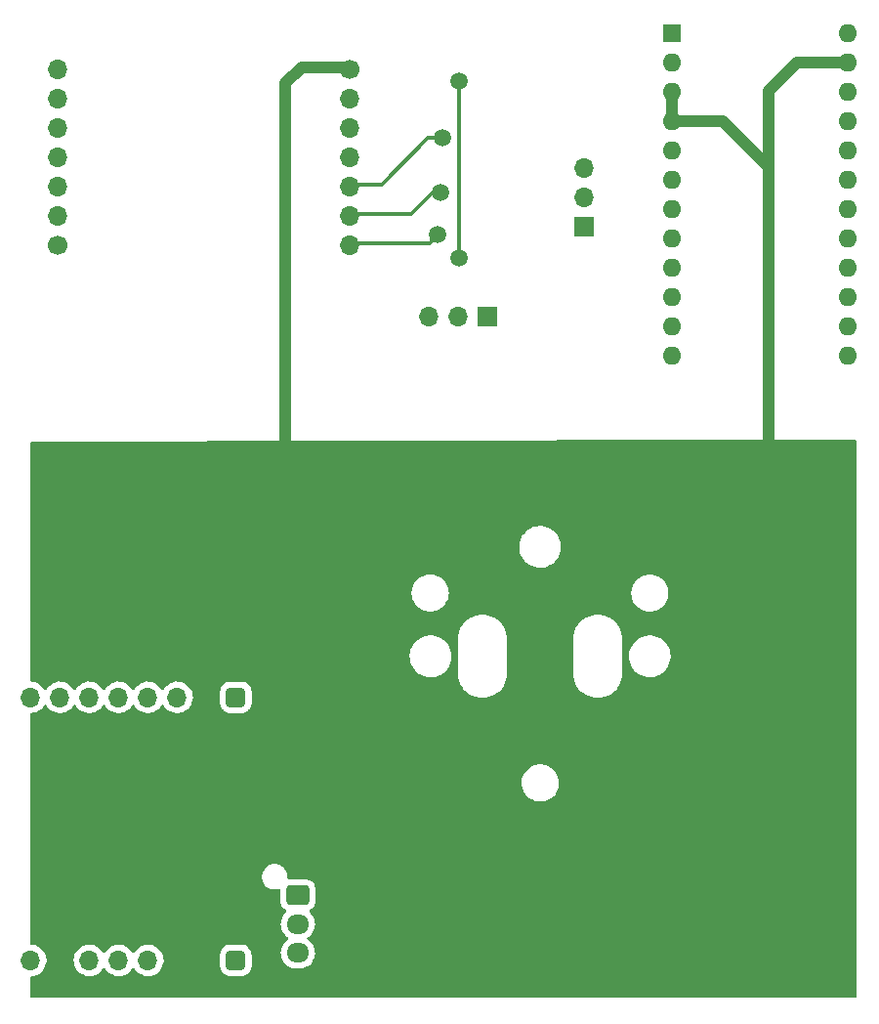
<source format=gbr>
%TF.GenerationSoftware,KiCad,Pcbnew,(6.0.1)*%
%TF.CreationDate,2023-04-08T22:05:36+08:00*%
%TF.ProjectId,Scroller Motor 1,5363726f-6c6c-4657-9220-4d6f746f7220,rev?*%
%TF.SameCoordinates,Original*%
%TF.FileFunction,Copper,L2,Bot*%
%TF.FilePolarity,Positive*%
%FSLAX46Y46*%
G04 Gerber Fmt 4.6, Leading zero omitted, Abs format (unit mm)*
G04 Created by KiCad (PCBNEW (6.0.1)) date 2023-04-08 22:05:36*
%MOMM*%
%LPD*%
G01*
G04 APERTURE LIST*
G04 Aperture macros list*
%AMRoundRect*
0 Rectangle with rounded corners*
0 $1 Rounding radius*
0 $2 $3 $4 $5 $6 $7 $8 $9 X,Y pos of 4 corners*
0 Add a 4 corners polygon primitive as box body*
4,1,4,$2,$3,$4,$5,$6,$7,$8,$9,$2,$3,0*
0 Add four circle primitives for the rounded corners*
1,1,$1+$1,$2,$3*
1,1,$1+$1,$4,$5*
1,1,$1+$1,$6,$7*
1,1,$1+$1,$8,$9*
0 Add four rect primitives between the rounded corners*
20,1,$1+$1,$2,$3,$4,$5,0*
20,1,$1+$1,$4,$5,$6,$7,0*
20,1,$1+$1,$6,$7,$8,$9,0*
20,1,$1+$1,$8,$9,$2,$3,0*%
G04 Aperture macros list end*
%TA.AperFunction,ComponentPad*%
%ADD10RoundRect,0.399500X0.450500X-0.450500X0.450500X0.450500X-0.450500X0.450500X-0.450500X-0.450500X0*%
%TD*%
%TA.AperFunction,ComponentPad*%
%ADD11O,1.700000X1.700000*%
%TD*%
%TA.AperFunction,ComponentPad*%
%ADD12R,1.700000X1.700000*%
%TD*%
%TA.AperFunction,ComponentPad*%
%ADD13R,1.600000X1.600000*%
%TD*%
%TA.AperFunction,ComponentPad*%
%ADD14O,1.600000X1.600000*%
%TD*%
%TA.AperFunction,ComponentPad*%
%ADD15C,1.700000*%
%TD*%
%TA.AperFunction,ComponentPad*%
%ADD16RoundRect,0.250000X-0.725000X0.600000X-0.725000X-0.600000X0.725000X-0.600000X0.725000X0.600000X0*%
%TD*%
%TA.AperFunction,ComponentPad*%
%ADD17O,1.950000X1.700000*%
%TD*%
%TA.AperFunction,ViaPad*%
%ADD18C,1.500000*%
%TD*%
%TA.AperFunction,Conductor*%
%ADD19C,1.000000*%
%TD*%
%TA.AperFunction,Conductor*%
%ADD20C,0.300000*%
%TD*%
G04 APERTURE END LIST*
D10*
%TO.P,TMC1,1,+VCC_IO*%
%TO.N,+3V3*%
X100622893Y-130547107D03*
D11*
%TO.P,TMC1,2,GND*%
%TO.N,GND*%
X98082893Y-130547107D03*
%TO.P,TMC1,3,UH_in*%
%TO.N,UH_in*%
X95542893Y-130547107D03*
%TO.P,TMC1,4,UL_in*%
%TO.N,UL_in*%
X93002893Y-130547107D03*
%TO.P,TMC1,5,VH_in*%
%TO.N,VH_in*%
X90462893Y-130547107D03*
%TO.P,TMC1,6,VL_in*%
%TO.N,VL_in*%
X87922893Y-130547107D03*
%TO.P,TMC1,7,WH_in*%
%TO.N,WH_in*%
X85382893Y-130547107D03*
%TO.P,TMC1,8,WL_in*%
%TO.N,WL_in*%
X82842893Y-130547107D03*
D10*
%TO.P,TMC1,9,+VBAT*%
%TO.N,+5V*%
X100622893Y-153347107D03*
D11*
%TO.P,TMC1,10,GND*%
%TO.N,GND*%
X98082893Y-153347107D03*
%TO.P,TMC1,11,GND*%
X95542893Y-153347107D03*
%TO.P,TMC1,12,W*%
%TO.N,/W_Out*%
X93002893Y-153347107D03*
%TO.P,TMC1,13,V*%
%TO.N,/V_Out*%
X90462893Y-153347107D03*
%TO.P,TMC1,14,W*%
%TO.N,/U_Out*%
X87922893Y-153347107D03*
%TO.P,TMC1,15,GND*%
%TO.N,GND*%
X85382893Y-153347107D03*
%TO.P,TMC1,16,DIAG*%
%TO.N,unconnected-(TMC1-Pad16)*%
X82842893Y-153347107D03*
%TD*%
D12*
%TO.P,J2,1,Pin_1*%
%TO.N,SDA*%
X122400000Y-97600000D03*
D11*
%TO.P,J2,2,Pin_2*%
%TO.N,SCL*%
X119860000Y-97600000D03*
%TO.P,J2,3,Pin_3*%
%TO.N,CSn*%
X117320000Y-97600000D03*
%TD*%
D13*
%TO.P,QMK1,1,D1/TX*%
%TO.N,SERIAL_RX*%
X138430000Y-73025000D03*
D14*
%TO.P,QMK1,2,D0/RX*%
%TO.N,SERIAL_TX*%
X138430000Y-75565000D03*
%TO.P,QMK1,3,GND*%
%TO.N,GND*%
X138430000Y-78105000D03*
%TO.P,QMK1,4,GND*%
X138430000Y-80645000D03*
%TO.P,QMK1,5,D2*%
%TO.N,unconnected-(QMK1-Pad5)*%
X138430000Y-83185000D03*
%TO.P,QMK1,6,~D3*%
%TO.N,unconnected-(QMK1-Pad6)*%
X138430000Y-85725000D03*
%TO.P,QMK1,7,D4/A6*%
%TO.N,unconnected-(QMK1-Pad7)*%
X138430000Y-88265000D03*
%TO.P,QMK1,8,~D5*%
%TO.N,unconnected-(QMK1-Pad8)*%
X138430000Y-90805000D03*
%TO.P,QMK1,9,~D6/A7*%
%TO.N,unconnected-(QMK1-Pad9)*%
X138430000Y-93345000D03*
%TO.P,QMK1,10,D7*%
%TO.N,unconnected-(QMK1-Pad10)*%
X138430000Y-95885000D03*
%TO.P,QMK1,11,D8/A8*%
%TO.N,BTN_NEXT_O*%
X138430000Y-98425000D03*
%TO.P,QMK1,12,~D9/A9*%
%TO.N,unconnected-(QMK1-Pad12)*%
X138430000Y-100965000D03*
%TO.P,QMK1,13,~D10/A10*%
%TO.N,Col 4*%
X153670000Y-100965000D03*
%TO.P,QMK1,14,D16*%
%TO.N,Col 3*%
X153670000Y-98425000D03*
%TO.P,QMK1,15,D14*%
%TO.N,Col 2*%
X153670000Y-95885000D03*
%TO.P,QMK1,16,D15*%
%TO.N,Col 1*%
X153670000Y-93345000D03*
%TO.P,QMK1,17,D18/A0*%
%TO.N,Row 4*%
X153670000Y-90805000D03*
%TO.P,QMK1,18,D19/A1*%
%TO.N,Row 3*%
X153670000Y-88265000D03*
%TO.P,QMK1,19,D20/A2*%
%TO.N,Row 2*%
X153670000Y-85725000D03*
%TO.P,QMK1,20,D21/A3*%
%TO.N,Row 1*%
X153670000Y-83185000D03*
%TO.P,QMK1,21,VCC*%
%TO.N,+5V*%
X153670000Y-80645000D03*
%TO.P,QMK1,22,RST*%
%TO.N,unconnected-(QMK1-Pad22)*%
X153670000Y-78105000D03*
%TO.P,QMK1,23,GND*%
%TO.N,GND*%
X153670000Y-75565000D03*
%TO.P,QMK1,24,RAW*%
%TO.N,unconnected-(QMK1-Pad24)*%
X153670000Y-73025000D03*
%TD*%
D12*
%TO.P,J3,1,Pin_1*%
%TO.N,BTN_NEXT_O*%
X130800000Y-89800000D03*
D11*
%TO.P,J3,2,Pin_2*%
%TO.N,SERIAL_TX*%
X130800000Y-87260000D03*
%TO.P,J3,3,Pin_3*%
%TO.N,SERIAL_RX*%
X130800000Y-84720000D03*
%TD*%
%TO.P,ESP32,1,3V3*%
%TO.N,+3V3*%
X85170500Y-76106000D03*
%TO.P,ESP32,2,UH*%
%TO.N,UH_in*%
X85170500Y-78646000D03*
%TO.P,ESP32,3,UL*%
%TO.N,UL_in*%
X85170500Y-81186000D03*
%TO.P,ESP32,4,VH*%
%TO.N,VH_in*%
X85170500Y-83726000D03*
%TO.P,ESP32,5,VL*%
%TO.N,VL_in*%
X85170500Y-86266000D03*
%TO.P,ESP32,6,WH*%
%TO.N,WH_in*%
X85170500Y-88806000D03*
D15*
%TO.P,ESP32,7,WL*%
%TO.N,WL_in*%
X85170500Y-91346000D03*
%TO.P,ESP32,8,GND*%
%TO.N,GND*%
X110490000Y-76126000D03*
D11*
%TO.P,ESP32,9,SDA*%
%TO.N,SDA*%
X110490000Y-78666000D03*
%TO.P,ESP32,10,SCL*%
%TO.N,SCL*%
X110490000Y-81206000D03*
%TO.P,ESP32,11,CSN*%
%TO.N,CSn*%
X110490000Y-83746000D03*
%TO.P,ESP32,12,S_RX*%
%TO.N,Net-(ESP32-Pad12)*%
X110490000Y-86286000D03*
%TO.P,ESP32,13,S_TX*%
%TO.N,SERIAL_TX*%
X110490000Y-88826000D03*
%TO.P,ESP32,14,B_NXT*%
%TO.N,BTN_NXT*%
X110490000Y-91366000D03*
%TD*%
D16*
%TO.P,J1,1,Pin_1*%
%TO.N,/U_Out*%
X106000000Y-147700000D03*
D17*
%TO.P,J1,2,Pin_2*%
%TO.N,/V_Out*%
X106000000Y-150200000D03*
%TO.P,J1,3,Pin_3*%
%TO.N,/W_Out*%
X106000000Y-152700000D03*
%TD*%
D18*
%TO.N,GND*%
X121700000Y-131400500D03*
X119945000Y-92460000D03*
X120000000Y-77200000D03*
X130900000Y-132400000D03*
%TO.N,Net-(ESP32-Pad12)*%
X118500000Y-82100000D03*
%TO.N,SERIAL_TX*%
X118400000Y-86800000D03*
%TO.N,BTN_NXT*%
X118145000Y-90460000D03*
%TD*%
D19*
%TO.N,GND*%
X104900000Y-77345000D02*
X104900000Y-109705000D01*
D20*
X119945000Y-92460000D02*
X120000000Y-92405000D01*
D19*
X106299000Y-75946000D02*
X104900000Y-77345000D01*
X142845000Y-80645000D02*
X138430000Y-80645000D01*
D20*
X120000000Y-92405000D02*
X120000000Y-77200000D01*
D19*
X146800000Y-84600000D02*
X146800000Y-77990000D01*
X146800000Y-109600000D02*
X146800000Y-84600000D01*
X110490000Y-75946000D02*
X106299000Y-75946000D01*
X149225000Y-75565000D02*
X153670000Y-75565000D01*
X146800000Y-77990000D02*
X149225000Y-75565000D01*
X146800000Y-84600000D02*
X142845000Y-80645000D01*
X138430000Y-78740000D02*
X138430000Y-80645000D01*
D20*
%TO.N,Net-(ESP32-Pad12)*%
X113284000Y-86106000D02*
X110490000Y-86106000D01*
X117290000Y-82100000D02*
X113284000Y-86106000D01*
X118500000Y-82100000D02*
X117290000Y-82100000D01*
%TO.N,SERIAL_TX*%
X118400000Y-86800000D02*
X117670000Y-86800000D01*
X115824000Y-88646000D02*
X110490000Y-88646000D01*
X117670000Y-86800000D02*
X115824000Y-88646000D01*
%TO.N,BTN_NXT*%
X118145000Y-90460000D02*
X117419000Y-91186000D01*
X117419000Y-91186000D02*
X110490000Y-91186000D01*
%TD*%
%TA.AperFunction,Conductor*%
%TO.N,GND*%
G36*
X154342121Y-108220002D02*
G01*
X154388614Y-108273658D01*
X154400000Y-108326000D01*
X154400000Y-156474000D01*
X154379998Y-156542121D01*
X154326342Y-156588614D01*
X154274000Y-156600000D01*
X82926000Y-156600000D01*
X82857879Y-156579998D01*
X82811386Y-156526342D01*
X82800000Y-156474000D01*
X82800000Y-154833165D01*
X82820002Y-154765044D01*
X82873658Y-154718551D01*
X82909989Y-154708186D01*
X83051871Y-154690011D01*
X83121181Y-154681132D01*
X83121182Y-154681132D01*
X83126309Y-154680475D01*
X83131259Y-154678990D01*
X83335322Y-154617768D01*
X83335327Y-154617766D01*
X83340277Y-154616281D01*
X83540887Y-154518003D01*
X83722753Y-154388280D01*
X83880989Y-154230596D01*
X83940487Y-154147796D01*
X84008328Y-154053384D01*
X84011346Y-154049184D01*
X84014610Y-154042581D01*
X84108029Y-153853560D01*
X84108030Y-153853558D01*
X84110323Y-153848918D01*
X84175263Y-153635176D01*
X84204422Y-153413697D01*
X84206049Y-153347107D01*
X84203311Y-153313802D01*
X86560144Y-153313802D01*
X86560441Y-153318955D01*
X86560441Y-153318958D01*
X86572705Y-153531654D01*
X86573003Y-153536822D01*
X86574140Y-153541868D01*
X86574141Y-153541874D01*
X86588842Y-153607103D01*
X86622115Y-153754746D01*
X86666323Y-153863617D01*
X86699779Y-153946010D01*
X86706159Y-153961723D01*
X86755709Y-154042581D01*
X86820184Y-154147795D01*
X86822880Y-154152195D01*
X86969143Y-154321045D01*
X87141019Y-154463739D01*
X87333893Y-154576445D01*
X87542585Y-154656137D01*
X87547653Y-154657168D01*
X87547656Y-154657169D01*
X87654910Y-154678990D01*
X87761490Y-154700674D01*
X87766665Y-154700864D01*
X87766667Y-154700864D01*
X87979566Y-154708671D01*
X87979570Y-154708671D01*
X87984730Y-154708860D01*
X87989850Y-154708204D01*
X87989852Y-154708204D01*
X88201181Y-154681132D01*
X88201182Y-154681132D01*
X88206309Y-154680475D01*
X88211259Y-154678990D01*
X88415322Y-154617768D01*
X88415327Y-154617766D01*
X88420277Y-154616281D01*
X88620887Y-154518003D01*
X88802753Y-154388280D01*
X88960989Y-154230596D01*
X89020487Y-154147796D01*
X89091346Y-154049184D01*
X89092669Y-154050135D01*
X89139538Y-154006964D01*
X89209473Y-153994732D01*
X89274919Y-154022251D01*
X89302768Y-154054101D01*
X89304766Y-154057361D01*
X89362880Y-154152195D01*
X89509143Y-154321045D01*
X89681019Y-154463739D01*
X89873893Y-154576445D01*
X90082585Y-154656137D01*
X90087653Y-154657168D01*
X90087656Y-154657169D01*
X90194910Y-154678990D01*
X90301490Y-154700674D01*
X90306665Y-154700864D01*
X90306667Y-154700864D01*
X90519566Y-154708671D01*
X90519570Y-154708671D01*
X90524730Y-154708860D01*
X90529850Y-154708204D01*
X90529852Y-154708204D01*
X90741181Y-154681132D01*
X90741182Y-154681132D01*
X90746309Y-154680475D01*
X90751259Y-154678990D01*
X90955322Y-154617768D01*
X90955327Y-154617766D01*
X90960277Y-154616281D01*
X91160887Y-154518003D01*
X91342753Y-154388280D01*
X91500989Y-154230596D01*
X91560487Y-154147796D01*
X91631346Y-154049184D01*
X91632669Y-154050135D01*
X91679538Y-154006964D01*
X91749473Y-153994732D01*
X91814919Y-154022251D01*
X91842768Y-154054101D01*
X91844766Y-154057361D01*
X91902880Y-154152195D01*
X92049143Y-154321045D01*
X92221019Y-154463739D01*
X92413893Y-154576445D01*
X92622585Y-154656137D01*
X92627653Y-154657168D01*
X92627656Y-154657169D01*
X92734910Y-154678990D01*
X92841490Y-154700674D01*
X92846665Y-154700864D01*
X92846667Y-154700864D01*
X93059566Y-154708671D01*
X93059570Y-154708671D01*
X93064730Y-154708860D01*
X93069850Y-154708204D01*
X93069852Y-154708204D01*
X93281181Y-154681132D01*
X93281182Y-154681132D01*
X93286309Y-154680475D01*
X93291259Y-154678990D01*
X93495322Y-154617768D01*
X93495327Y-154617766D01*
X93500277Y-154616281D01*
X93700887Y-154518003D01*
X93882753Y-154388280D01*
X94040989Y-154230596D01*
X94100487Y-154147796D01*
X94168328Y-154053384D01*
X94171346Y-154049184D01*
X94174610Y-154042581D01*
X94264272Y-153861161D01*
X99264393Y-153861161D01*
X99270632Y-153940432D01*
X99272125Y-153946004D01*
X99272126Y-153946010D01*
X99318324Y-154118424D01*
X99320032Y-154124798D01*
X99406685Y-154294864D01*
X99410838Y-154299993D01*
X99410841Y-154299997D01*
X99479381Y-154384636D01*
X99526803Y-154443197D01*
X99531934Y-154447352D01*
X99670003Y-154559159D01*
X99670007Y-154559162D01*
X99675136Y-154563315D01*
X99845202Y-154649968D01*
X99851575Y-154651676D01*
X99851576Y-154651676D01*
X100023990Y-154697874D01*
X100023996Y-154697875D01*
X100029568Y-154699368D01*
X100035324Y-154699821D01*
X100106383Y-154705414D01*
X100106391Y-154705414D01*
X100108839Y-154705607D01*
X101136947Y-154705607D01*
X101139395Y-154705414D01*
X101139403Y-154705414D01*
X101210462Y-154699821D01*
X101216218Y-154699368D01*
X101221790Y-154697875D01*
X101221796Y-154697874D01*
X101394210Y-154651676D01*
X101394211Y-154651676D01*
X101400584Y-154649968D01*
X101570650Y-154563315D01*
X101575779Y-154559162D01*
X101575783Y-154559159D01*
X101713852Y-154447352D01*
X101718983Y-154443197D01*
X101766405Y-154384636D01*
X101834945Y-154299997D01*
X101834948Y-154299993D01*
X101839101Y-154294864D01*
X101925754Y-154124798D01*
X101927462Y-154118424D01*
X101973660Y-153946010D01*
X101973661Y-153946004D01*
X101975154Y-153940432D01*
X101981393Y-153861161D01*
X101981393Y-152833053D01*
X101975154Y-152753782D01*
X101973661Y-152748210D01*
X101973660Y-152748204D01*
X101927462Y-152575790D01*
X101927462Y-152575789D01*
X101925754Y-152569416D01*
X101839101Y-152399350D01*
X101834948Y-152394221D01*
X101834945Y-152394217D01*
X101723138Y-152256148D01*
X101718983Y-152251017D01*
X101670437Y-152211705D01*
X101575783Y-152135055D01*
X101575779Y-152135052D01*
X101570650Y-152130899D01*
X101400584Y-152044246D01*
X101394210Y-152042538D01*
X101221796Y-151996340D01*
X101221790Y-151996339D01*
X101216218Y-151994846D01*
X101205130Y-151993973D01*
X101139403Y-151988800D01*
X101139395Y-151988800D01*
X101136947Y-151988607D01*
X100108839Y-151988607D01*
X100106391Y-151988800D01*
X100106383Y-151988800D01*
X100040656Y-151993973D01*
X100029568Y-151994846D01*
X100023996Y-151996339D01*
X100023990Y-151996340D01*
X99851576Y-152042538D01*
X99845202Y-152044246D01*
X99675136Y-152130899D01*
X99670007Y-152135052D01*
X99670003Y-152135055D01*
X99575349Y-152211705D01*
X99526803Y-152251017D01*
X99522648Y-152256148D01*
X99410841Y-152394217D01*
X99410838Y-152394221D01*
X99406685Y-152399350D01*
X99320032Y-152569416D01*
X99318324Y-152575789D01*
X99318324Y-152575790D01*
X99272126Y-152748204D01*
X99272125Y-152748210D01*
X99270632Y-152753782D01*
X99264393Y-152833053D01*
X99264393Y-153861161D01*
X94264272Y-153861161D01*
X94268029Y-153853560D01*
X94268030Y-153853558D01*
X94270323Y-153848918D01*
X94335263Y-153635176D01*
X94364422Y-153413697D01*
X94366049Y-153347107D01*
X94347745Y-153124468D01*
X94293324Y-152907809D01*
X94204247Y-152702947D01*
X94157372Y-152630489D01*
X94085715Y-152519724D01*
X94085713Y-152519721D01*
X94082907Y-152515384D01*
X93932563Y-152350158D01*
X93928512Y-152346959D01*
X93928508Y-152346955D01*
X93761307Y-152214907D01*
X93761303Y-152214905D01*
X93757252Y-152211705D01*
X93721825Y-152192148D01*
X93618400Y-152135055D01*
X93561682Y-152103745D01*
X93556813Y-152102021D01*
X93556809Y-152102019D01*
X93355980Y-152030902D01*
X93355976Y-152030901D01*
X93351105Y-152029176D01*
X93346012Y-152028269D01*
X93346009Y-152028268D01*
X93136266Y-151990907D01*
X93136260Y-151990906D01*
X93131177Y-151990001D01*
X93057345Y-151989099D01*
X92912974Y-151987335D01*
X92912972Y-151987335D01*
X92907804Y-151987272D01*
X92686984Y-152021062D01*
X92474649Y-152090464D01*
X92444336Y-152106244D01*
X92298242Y-152182296D01*
X92276500Y-152193614D01*
X92272367Y-152196717D01*
X92272364Y-152196719D01*
X92116922Y-152313428D01*
X92097858Y-152327742D01*
X91943522Y-152489245D01*
X91836094Y-152646728D01*
X91781186Y-152691728D01*
X91710661Y-152699899D01*
X91646914Y-152668645D01*
X91626217Y-152644161D01*
X91545715Y-152519724D01*
X91545713Y-152519721D01*
X91542907Y-152515384D01*
X91392563Y-152350158D01*
X91388512Y-152346959D01*
X91388508Y-152346955D01*
X91221307Y-152214907D01*
X91221303Y-152214905D01*
X91217252Y-152211705D01*
X91181825Y-152192148D01*
X91078400Y-152135055D01*
X91021682Y-152103745D01*
X91016813Y-152102021D01*
X91016809Y-152102019D01*
X90815980Y-152030902D01*
X90815976Y-152030901D01*
X90811105Y-152029176D01*
X90806012Y-152028269D01*
X90806009Y-152028268D01*
X90596266Y-151990907D01*
X90596260Y-151990906D01*
X90591177Y-151990001D01*
X90517345Y-151989099D01*
X90372974Y-151987335D01*
X90372972Y-151987335D01*
X90367804Y-151987272D01*
X90146984Y-152021062D01*
X89934649Y-152090464D01*
X89904336Y-152106244D01*
X89758242Y-152182296D01*
X89736500Y-152193614D01*
X89732367Y-152196717D01*
X89732364Y-152196719D01*
X89576922Y-152313428D01*
X89557858Y-152327742D01*
X89403522Y-152489245D01*
X89296094Y-152646728D01*
X89241186Y-152691728D01*
X89170661Y-152699899D01*
X89106914Y-152668645D01*
X89086217Y-152644161D01*
X89005715Y-152519724D01*
X89005713Y-152519721D01*
X89002907Y-152515384D01*
X88852563Y-152350158D01*
X88848512Y-152346959D01*
X88848508Y-152346955D01*
X88681307Y-152214907D01*
X88681303Y-152214905D01*
X88677252Y-152211705D01*
X88641825Y-152192148D01*
X88538400Y-152135055D01*
X88481682Y-152103745D01*
X88476813Y-152102021D01*
X88476809Y-152102019D01*
X88275980Y-152030902D01*
X88275976Y-152030901D01*
X88271105Y-152029176D01*
X88266012Y-152028269D01*
X88266009Y-152028268D01*
X88056266Y-151990907D01*
X88056260Y-151990906D01*
X88051177Y-151990001D01*
X87977345Y-151989099D01*
X87832974Y-151987335D01*
X87832972Y-151987335D01*
X87827804Y-151987272D01*
X87606984Y-152021062D01*
X87394649Y-152090464D01*
X87364336Y-152106244D01*
X87218242Y-152182296D01*
X87196500Y-152193614D01*
X87192367Y-152196717D01*
X87192364Y-152196719D01*
X87036922Y-152313428D01*
X87017858Y-152327742D01*
X86863522Y-152489245D01*
X86737636Y-152673787D01*
X86721896Y-152707697D01*
X86648341Y-152866158D01*
X86643581Y-152876412D01*
X86583882Y-153091677D01*
X86560144Y-153313802D01*
X84203311Y-153313802D01*
X84187745Y-153124468D01*
X84133324Y-152907809D01*
X84044247Y-152702947D01*
X83997372Y-152630489D01*
X83925715Y-152519724D01*
X83925713Y-152519721D01*
X83922907Y-152515384D01*
X83772563Y-152350158D01*
X83768512Y-152346959D01*
X83768508Y-152346955D01*
X83601307Y-152214907D01*
X83601303Y-152214905D01*
X83597252Y-152211705D01*
X83561825Y-152192148D01*
X83458400Y-152135055D01*
X83401682Y-152103745D01*
X83396813Y-152102021D01*
X83396809Y-152102019D01*
X83195980Y-152030902D01*
X83195976Y-152030901D01*
X83191105Y-152029176D01*
X83186012Y-152028269D01*
X83186009Y-152028268D01*
X82976266Y-151990907D01*
X82976260Y-151990906D01*
X82971177Y-151990001D01*
X82954952Y-151989803D01*
X82924460Y-151989430D01*
X82856589Y-151968596D01*
X82810755Y-151914377D01*
X82800000Y-151863439D01*
X82800000Y-146045604D01*
X102887787Y-146045604D01*
X102897567Y-146256899D01*
X102898971Y-146262724D01*
X102898971Y-146262725D01*
X102933955Y-146407885D01*
X102947125Y-146462534D01*
X103034674Y-146655087D01*
X103157054Y-146827611D01*
X103309850Y-146973881D01*
X103487548Y-147088620D01*
X103493114Y-147090863D01*
X103678168Y-147165442D01*
X103678171Y-147165443D01*
X103683737Y-147167686D01*
X103891337Y-147208228D01*
X103896899Y-147208500D01*
X104052846Y-147208500D01*
X104210566Y-147193452D01*
X104216322Y-147191763D01*
X104216324Y-147191763D01*
X104355031Y-147151071D01*
X104426027Y-147151088D01*
X104485744Y-147189486D01*
X104515222Y-147254074D01*
X104516500Y-147271976D01*
X104516500Y-148350400D01*
X104527474Y-148456166D01*
X104583450Y-148623946D01*
X104676522Y-148774348D01*
X104801697Y-148899305D01*
X104947340Y-148989081D01*
X104994832Y-149041852D01*
X105006256Y-149111924D01*
X104977982Y-149177048D01*
X104968195Y-149187510D01*
X104853865Y-149296576D01*
X104716246Y-149481542D01*
X104611760Y-149687051D01*
X104610178Y-149692145D01*
X104610177Y-149692148D01*
X104548115Y-149892020D01*
X104543393Y-149907227D01*
X104542692Y-149912516D01*
X104527304Y-150028623D01*
X104513102Y-150135774D01*
X104521751Y-150366158D01*
X104569093Y-150591791D01*
X104653776Y-150806221D01*
X104773377Y-151003317D01*
X104776874Y-151007347D01*
X104863438Y-151107103D01*
X104924477Y-151177445D01*
X104928608Y-151180832D01*
X105098627Y-151320240D01*
X105098633Y-151320244D01*
X105102755Y-151323624D01*
X105134250Y-151341552D01*
X105183555Y-151392632D01*
X105197417Y-151462262D01*
X105171434Y-151528333D01*
X105142284Y-151555573D01*
X105020681Y-151637441D01*
X104853865Y-151796576D01*
X104716246Y-151981542D01*
X104713830Y-151986293D01*
X104713828Y-151986297D01*
X104691150Y-152030902D01*
X104611760Y-152187051D01*
X104610178Y-152192145D01*
X104610177Y-152192148D01*
X104559928Y-152353977D01*
X104543393Y-152407227D01*
X104542692Y-152412516D01*
X104527304Y-152528623D01*
X104513102Y-152635774D01*
X104513302Y-152641103D01*
X104513302Y-152641105D01*
X104515509Y-152699899D01*
X104521751Y-152866158D01*
X104569093Y-153091791D01*
X104571051Y-153096750D01*
X104571052Y-153096752D01*
X104571077Y-153096814D01*
X104653776Y-153306221D01*
X104656543Y-153310780D01*
X104656544Y-153310783D01*
X104721883Y-153418458D01*
X104773377Y-153503317D01*
X104776874Y-153507347D01*
X104863438Y-153607103D01*
X104924477Y-153677445D01*
X104928608Y-153680832D01*
X105098627Y-153820240D01*
X105098633Y-153820244D01*
X105102755Y-153823624D01*
X105107391Y-153826263D01*
X105107394Y-153826265D01*
X105216422Y-153888327D01*
X105303114Y-153937675D01*
X105519825Y-154016337D01*
X105525074Y-154017286D01*
X105525077Y-154017287D01*
X105742608Y-154056623D01*
X105742615Y-154056624D01*
X105746692Y-154057361D01*
X105764414Y-154058197D01*
X105769356Y-154058430D01*
X105769363Y-154058430D01*
X105770844Y-154058500D01*
X106182890Y-154058500D01*
X106249809Y-154052822D01*
X106349409Y-154044371D01*
X106349413Y-154044370D01*
X106354720Y-154043920D01*
X106359875Y-154042582D01*
X106359881Y-154042581D01*
X106572703Y-153987343D01*
X106572707Y-153987342D01*
X106577872Y-153986001D01*
X106582738Y-153983809D01*
X106582741Y-153983808D01*
X106783202Y-153893507D01*
X106788075Y-153891312D01*
X106979319Y-153762559D01*
X107146135Y-153603424D01*
X107283754Y-153418458D01*
X107388240Y-153212949D01*
X107424321Y-153096752D01*
X107455024Y-152997871D01*
X107456607Y-152992773D01*
X107472029Y-152876412D01*
X107486198Y-152769511D01*
X107486198Y-152769506D01*
X107486898Y-152764226D01*
X107484598Y-152702947D01*
X107479824Y-152575790D01*
X107478249Y-152533842D01*
X107430907Y-152308209D01*
X107392796Y-152211705D01*
X107348185Y-152098744D01*
X107348184Y-152098742D01*
X107346224Y-152093779D01*
X107343238Y-152088857D01*
X107229390Y-151901243D01*
X107226623Y-151896683D01*
X107223126Y-151892653D01*
X107079023Y-151726588D01*
X107079021Y-151726586D01*
X107075523Y-151722555D01*
X107033970Y-151688484D01*
X106901373Y-151579760D01*
X106901367Y-151579756D01*
X106897245Y-151576376D01*
X106865750Y-151558448D01*
X106816445Y-151507368D01*
X106802583Y-151437738D01*
X106828566Y-151371667D01*
X106857716Y-151344427D01*
X106893642Y-151320240D01*
X106979319Y-151262559D01*
X107146135Y-151103424D01*
X107283754Y-150918458D01*
X107388240Y-150712949D01*
X107424321Y-150596752D01*
X107455024Y-150497871D01*
X107456607Y-150492773D01*
X107457308Y-150487484D01*
X107486198Y-150269511D01*
X107486198Y-150269506D01*
X107486898Y-150264226D01*
X107478249Y-150033842D01*
X107430907Y-149808209D01*
X107346224Y-149593779D01*
X107226623Y-149396683D01*
X107139755Y-149296576D01*
X107079023Y-149226588D01*
X107079021Y-149226586D01*
X107075523Y-149222555D01*
X107039880Y-149193330D01*
X106999886Y-149134671D01*
X106997954Y-149063701D01*
X107034698Y-149002952D01*
X107053468Y-148988752D01*
X107193120Y-148902332D01*
X107199348Y-148898478D01*
X107324305Y-148773303D01*
X107417115Y-148622738D01*
X107472797Y-148454861D01*
X107483500Y-148350400D01*
X107483500Y-147049600D01*
X107472526Y-146943834D01*
X107416550Y-146776054D01*
X107323478Y-146625652D01*
X107198303Y-146500695D01*
X107047738Y-146407885D01*
X106967995Y-146381436D01*
X106886389Y-146354368D01*
X106886387Y-146354368D01*
X106879861Y-146352203D01*
X106873025Y-146351503D01*
X106873022Y-146351502D01*
X106829969Y-146347091D01*
X106775400Y-146341500D01*
X105230671Y-146341500D01*
X105162550Y-146321498D01*
X105116057Y-146267842D01*
X105105975Y-146197420D01*
X105111352Y-146160337D01*
X105111352Y-146160333D01*
X105112213Y-146154396D01*
X105102433Y-145943101D01*
X105052875Y-145737466D01*
X105009525Y-145642122D01*
X104967806Y-145550368D01*
X104965326Y-145544913D01*
X104842946Y-145372389D01*
X104690150Y-145226119D01*
X104512452Y-145111380D01*
X104452354Y-145087160D01*
X104321832Y-145034558D01*
X104321829Y-145034557D01*
X104316263Y-145032314D01*
X104108663Y-144991772D01*
X104103101Y-144991500D01*
X103947154Y-144991500D01*
X103789434Y-145006548D01*
X103586466Y-145066092D01*
X103581139Y-145068836D01*
X103581138Y-145068836D01*
X103403751Y-145160196D01*
X103403748Y-145160198D01*
X103398420Y-145162942D01*
X103232080Y-145293604D01*
X103228148Y-145298135D01*
X103228145Y-145298138D01*
X103159474Y-145377275D01*
X103093448Y-145453363D01*
X103090448Y-145458549D01*
X103090445Y-145458553D01*
X103043312Y-145540026D01*
X102987527Y-145636454D01*
X102918139Y-145836271D01*
X102887787Y-146045604D01*
X82800000Y-146045604D01*
X82800000Y-137977241D01*
X125400168Y-137977241D01*
X125420026Y-138229565D01*
X125421180Y-138234372D01*
X125421181Y-138234378D01*
X125458683Y-138390586D01*
X125479112Y-138475677D01*
X125481005Y-138480248D01*
X125481006Y-138480250D01*
X125517868Y-138569241D01*
X125575971Y-138709515D01*
X125708218Y-138925322D01*
X125872597Y-139117784D01*
X126065059Y-139282163D01*
X126280866Y-139414410D01*
X126285436Y-139416303D01*
X126285440Y-139416305D01*
X126510131Y-139509375D01*
X126514704Y-139511269D01*
X126599795Y-139531698D01*
X126756003Y-139569200D01*
X126756009Y-139569201D01*
X126760816Y-139570355D01*
X127013140Y-139590213D01*
X127265464Y-139570355D01*
X127270271Y-139569201D01*
X127270277Y-139569200D01*
X127426485Y-139531698D01*
X127511576Y-139511269D01*
X127516149Y-139509375D01*
X127740840Y-139416305D01*
X127740844Y-139416303D01*
X127745414Y-139414410D01*
X127961221Y-139282163D01*
X128153683Y-139117784D01*
X128318062Y-138925322D01*
X128450309Y-138709515D01*
X128508413Y-138569241D01*
X128545274Y-138480250D01*
X128545275Y-138480248D01*
X128547168Y-138475677D01*
X128567597Y-138390586D01*
X128605099Y-138234378D01*
X128605100Y-138234372D01*
X128606254Y-138229565D01*
X128626112Y-137977241D01*
X128606254Y-137724917D01*
X128595769Y-137681241D01*
X128548323Y-137483617D01*
X128547168Y-137478805D01*
X128516768Y-137405413D01*
X128452204Y-137249541D01*
X128452202Y-137249537D01*
X128450309Y-137244967D01*
X128318062Y-137029160D01*
X128153683Y-136836698D01*
X127961221Y-136672319D01*
X127745414Y-136540072D01*
X127740844Y-136538179D01*
X127740840Y-136538177D01*
X127516149Y-136445107D01*
X127516147Y-136445106D01*
X127511576Y-136443213D01*
X127426485Y-136422784D01*
X127270277Y-136385282D01*
X127270271Y-136385281D01*
X127265464Y-136384127D01*
X127013140Y-136364269D01*
X126760816Y-136384127D01*
X126756009Y-136385281D01*
X126756003Y-136385282D01*
X126599795Y-136422784D01*
X126514704Y-136443213D01*
X126510133Y-136445106D01*
X126510131Y-136445107D01*
X126285440Y-136538177D01*
X126285436Y-136538179D01*
X126280866Y-136540072D01*
X126065059Y-136672319D01*
X125872597Y-136836698D01*
X125708218Y-137029160D01*
X125575971Y-137244967D01*
X125574078Y-137249537D01*
X125574076Y-137249541D01*
X125509512Y-137405413D01*
X125479112Y-137478805D01*
X125477957Y-137483617D01*
X125430512Y-137681241D01*
X125420026Y-137724917D01*
X125400168Y-137977241D01*
X82800000Y-137977241D01*
X82800000Y-132033165D01*
X82820002Y-131965044D01*
X82873658Y-131918551D01*
X82909989Y-131908186D01*
X83051871Y-131890011D01*
X83121181Y-131881132D01*
X83121182Y-131881132D01*
X83126309Y-131880475D01*
X83131259Y-131878990D01*
X83335322Y-131817768D01*
X83335327Y-131817766D01*
X83340277Y-131816281D01*
X83540887Y-131718003D01*
X83722753Y-131588280D01*
X83880989Y-131430596D01*
X84011346Y-131249184D01*
X84012669Y-131250135D01*
X84059538Y-131206964D01*
X84129473Y-131194732D01*
X84194919Y-131222251D01*
X84222768Y-131254101D01*
X84282880Y-131352195D01*
X84429143Y-131521045D01*
X84601019Y-131663739D01*
X84793893Y-131776445D01*
X85002585Y-131856137D01*
X85007653Y-131857168D01*
X85007656Y-131857169D01*
X85114910Y-131878990D01*
X85221490Y-131900674D01*
X85226665Y-131900864D01*
X85226667Y-131900864D01*
X85439566Y-131908671D01*
X85439570Y-131908671D01*
X85444730Y-131908860D01*
X85449850Y-131908204D01*
X85449852Y-131908204D01*
X85661181Y-131881132D01*
X85661182Y-131881132D01*
X85666309Y-131880475D01*
X85671259Y-131878990D01*
X85875322Y-131817768D01*
X85875327Y-131817766D01*
X85880277Y-131816281D01*
X86080887Y-131718003D01*
X86262753Y-131588280D01*
X86420989Y-131430596D01*
X86551346Y-131249184D01*
X86552669Y-131250135D01*
X86599538Y-131206964D01*
X86669473Y-131194732D01*
X86734919Y-131222251D01*
X86762768Y-131254101D01*
X86822880Y-131352195D01*
X86969143Y-131521045D01*
X87141019Y-131663739D01*
X87333893Y-131776445D01*
X87542585Y-131856137D01*
X87547653Y-131857168D01*
X87547656Y-131857169D01*
X87654910Y-131878990D01*
X87761490Y-131900674D01*
X87766665Y-131900864D01*
X87766667Y-131900864D01*
X87979566Y-131908671D01*
X87979570Y-131908671D01*
X87984730Y-131908860D01*
X87989850Y-131908204D01*
X87989852Y-131908204D01*
X88201181Y-131881132D01*
X88201182Y-131881132D01*
X88206309Y-131880475D01*
X88211259Y-131878990D01*
X88415322Y-131817768D01*
X88415327Y-131817766D01*
X88420277Y-131816281D01*
X88620887Y-131718003D01*
X88802753Y-131588280D01*
X88960989Y-131430596D01*
X89091346Y-131249184D01*
X89092669Y-131250135D01*
X89139538Y-131206964D01*
X89209473Y-131194732D01*
X89274919Y-131222251D01*
X89302768Y-131254101D01*
X89362880Y-131352195D01*
X89509143Y-131521045D01*
X89681019Y-131663739D01*
X89873893Y-131776445D01*
X90082585Y-131856137D01*
X90087653Y-131857168D01*
X90087656Y-131857169D01*
X90194910Y-131878990D01*
X90301490Y-131900674D01*
X90306665Y-131900864D01*
X90306667Y-131900864D01*
X90519566Y-131908671D01*
X90519570Y-131908671D01*
X90524730Y-131908860D01*
X90529850Y-131908204D01*
X90529852Y-131908204D01*
X90741181Y-131881132D01*
X90741182Y-131881132D01*
X90746309Y-131880475D01*
X90751259Y-131878990D01*
X90955322Y-131817768D01*
X90955327Y-131817766D01*
X90960277Y-131816281D01*
X91160887Y-131718003D01*
X91342753Y-131588280D01*
X91500989Y-131430596D01*
X91631346Y-131249184D01*
X91632669Y-131250135D01*
X91679538Y-131206964D01*
X91749473Y-131194732D01*
X91814919Y-131222251D01*
X91842768Y-131254101D01*
X91902880Y-131352195D01*
X92049143Y-131521045D01*
X92221019Y-131663739D01*
X92413893Y-131776445D01*
X92622585Y-131856137D01*
X92627653Y-131857168D01*
X92627656Y-131857169D01*
X92734910Y-131878990D01*
X92841490Y-131900674D01*
X92846665Y-131900864D01*
X92846667Y-131900864D01*
X93059566Y-131908671D01*
X93059570Y-131908671D01*
X93064730Y-131908860D01*
X93069850Y-131908204D01*
X93069852Y-131908204D01*
X93281181Y-131881132D01*
X93281182Y-131881132D01*
X93286309Y-131880475D01*
X93291259Y-131878990D01*
X93495322Y-131817768D01*
X93495327Y-131817766D01*
X93500277Y-131816281D01*
X93700887Y-131718003D01*
X93882753Y-131588280D01*
X94040989Y-131430596D01*
X94171346Y-131249184D01*
X94172669Y-131250135D01*
X94219538Y-131206964D01*
X94289473Y-131194732D01*
X94354919Y-131222251D01*
X94382768Y-131254101D01*
X94442880Y-131352195D01*
X94589143Y-131521045D01*
X94761019Y-131663739D01*
X94953893Y-131776445D01*
X95162585Y-131856137D01*
X95167653Y-131857168D01*
X95167656Y-131857169D01*
X95274910Y-131878990D01*
X95381490Y-131900674D01*
X95386665Y-131900864D01*
X95386667Y-131900864D01*
X95599566Y-131908671D01*
X95599570Y-131908671D01*
X95604730Y-131908860D01*
X95609850Y-131908204D01*
X95609852Y-131908204D01*
X95821181Y-131881132D01*
X95821182Y-131881132D01*
X95826309Y-131880475D01*
X95831259Y-131878990D01*
X96035322Y-131817768D01*
X96035327Y-131817766D01*
X96040277Y-131816281D01*
X96240887Y-131718003D01*
X96422753Y-131588280D01*
X96580989Y-131430596D01*
X96711346Y-131249184D01*
X96732213Y-131206964D01*
X96804272Y-131061161D01*
X99264393Y-131061161D01*
X99270632Y-131140432D01*
X99272125Y-131146004D01*
X99272126Y-131146010D01*
X99300026Y-131250135D01*
X99320032Y-131324798D01*
X99406685Y-131494864D01*
X99410838Y-131499993D01*
X99410841Y-131499997D01*
X99479381Y-131584636D01*
X99526803Y-131643197D01*
X99531934Y-131647352D01*
X99670003Y-131759159D01*
X99670007Y-131759162D01*
X99675136Y-131763315D01*
X99845202Y-131849968D01*
X99851575Y-131851676D01*
X99851576Y-131851676D01*
X100023990Y-131897874D01*
X100023996Y-131897875D01*
X100029568Y-131899368D01*
X100035324Y-131899821D01*
X100106383Y-131905414D01*
X100106391Y-131905414D01*
X100108839Y-131905607D01*
X101136947Y-131905607D01*
X101139395Y-131905414D01*
X101139403Y-131905414D01*
X101210462Y-131899821D01*
X101216218Y-131899368D01*
X101221790Y-131897875D01*
X101221796Y-131897874D01*
X101394210Y-131851676D01*
X101394211Y-131851676D01*
X101400584Y-131849968D01*
X101570650Y-131763315D01*
X101575779Y-131759162D01*
X101575783Y-131759159D01*
X101713852Y-131647352D01*
X101718983Y-131643197D01*
X101766405Y-131584636D01*
X101834945Y-131499997D01*
X101834948Y-131499993D01*
X101839101Y-131494864D01*
X101925754Y-131324798D01*
X101945760Y-131250135D01*
X101973660Y-131146010D01*
X101973661Y-131146004D01*
X101975154Y-131140432D01*
X101981393Y-131061161D01*
X101981393Y-130033053D01*
X101978060Y-129990697D01*
X101975607Y-129959538D01*
X101975154Y-129953782D01*
X101973661Y-129948210D01*
X101973660Y-129948204D01*
X101927462Y-129775790D01*
X101927462Y-129775789D01*
X101925754Y-129769416D01*
X101839101Y-129599350D01*
X101834948Y-129594221D01*
X101834945Y-129594217D01*
X101723138Y-129456148D01*
X101718983Y-129451017D01*
X101670437Y-129411705D01*
X101575783Y-129335055D01*
X101575779Y-129335052D01*
X101570650Y-129330899D01*
X101400584Y-129244246D01*
X101370332Y-129236140D01*
X101221796Y-129196340D01*
X101221790Y-129196339D01*
X101216218Y-129194846D01*
X101205130Y-129193973D01*
X101139403Y-129188800D01*
X101139395Y-129188800D01*
X101136947Y-129188607D01*
X100108839Y-129188607D01*
X100106391Y-129188800D01*
X100106383Y-129188800D01*
X100040656Y-129193973D01*
X100029568Y-129194846D01*
X100023996Y-129196339D01*
X100023990Y-129196340D01*
X99875454Y-129236140D01*
X99845202Y-129244246D01*
X99675136Y-129330899D01*
X99670007Y-129335052D01*
X99670003Y-129335055D01*
X99575349Y-129411705D01*
X99526803Y-129451017D01*
X99522648Y-129456148D01*
X99410841Y-129594217D01*
X99410838Y-129594221D01*
X99406685Y-129599350D01*
X99320032Y-129769416D01*
X99318324Y-129775789D01*
X99318324Y-129775790D01*
X99272126Y-129948204D01*
X99272125Y-129948210D01*
X99270632Y-129953782D01*
X99270179Y-129959538D01*
X99267727Y-129990697D01*
X99264393Y-130033053D01*
X99264393Y-131061161D01*
X96804272Y-131061161D01*
X96808029Y-131053560D01*
X96808030Y-131053558D01*
X96810323Y-131048918D01*
X96875263Y-130835176D01*
X96904422Y-130613697D01*
X96904877Y-130595080D01*
X96905967Y-130550472D01*
X96905967Y-130550468D01*
X96906049Y-130547107D01*
X96887745Y-130324468D01*
X96833324Y-130107809D01*
X96744247Y-129902947D01*
X96666378Y-129782580D01*
X96625715Y-129719724D01*
X96625713Y-129719721D01*
X96622907Y-129715384D01*
X96472563Y-129550158D01*
X96468512Y-129546959D01*
X96468508Y-129546955D01*
X96301307Y-129414907D01*
X96301303Y-129414905D01*
X96297252Y-129411705D01*
X96101682Y-129303745D01*
X96096813Y-129302021D01*
X96096809Y-129302019D01*
X95895980Y-129230902D01*
X95895976Y-129230901D01*
X95891105Y-129229176D01*
X95886012Y-129228269D01*
X95886009Y-129228268D01*
X95676266Y-129190907D01*
X95676260Y-129190906D01*
X95671177Y-129190001D01*
X95597345Y-129189099D01*
X95452974Y-129187335D01*
X95452972Y-129187335D01*
X95447804Y-129187272D01*
X95226984Y-129221062D01*
X95014649Y-129290464D01*
X94816500Y-129393614D01*
X94812367Y-129396717D01*
X94812364Y-129396719D01*
X94704213Y-129477921D01*
X94637858Y-129527742D01*
X94483522Y-129689245D01*
X94376094Y-129846728D01*
X94321186Y-129891728D01*
X94250661Y-129899899D01*
X94186914Y-129868645D01*
X94166217Y-129844161D01*
X94085715Y-129719724D01*
X94085713Y-129719721D01*
X94082907Y-129715384D01*
X93932563Y-129550158D01*
X93928512Y-129546959D01*
X93928508Y-129546955D01*
X93761307Y-129414907D01*
X93761303Y-129414905D01*
X93757252Y-129411705D01*
X93561682Y-129303745D01*
X93556813Y-129302021D01*
X93556809Y-129302019D01*
X93355980Y-129230902D01*
X93355976Y-129230901D01*
X93351105Y-129229176D01*
X93346012Y-129228269D01*
X93346009Y-129228268D01*
X93136266Y-129190907D01*
X93136260Y-129190906D01*
X93131177Y-129190001D01*
X93057345Y-129189099D01*
X92912974Y-129187335D01*
X92912972Y-129187335D01*
X92907804Y-129187272D01*
X92686984Y-129221062D01*
X92474649Y-129290464D01*
X92276500Y-129393614D01*
X92272367Y-129396717D01*
X92272364Y-129396719D01*
X92164213Y-129477921D01*
X92097858Y-129527742D01*
X91943522Y-129689245D01*
X91836094Y-129846728D01*
X91781186Y-129891728D01*
X91710661Y-129899899D01*
X91646914Y-129868645D01*
X91626217Y-129844161D01*
X91545715Y-129719724D01*
X91545713Y-129719721D01*
X91542907Y-129715384D01*
X91392563Y-129550158D01*
X91388512Y-129546959D01*
X91388508Y-129546955D01*
X91221307Y-129414907D01*
X91221303Y-129414905D01*
X91217252Y-129411705D01*
X91021682Y-129303745D01*
X91016813Y-129302021D01*
X91016809Y-129302019D01*
X90815980Y-129230902D01*
X90815976Y-129230901D01*
X90811105Y-129229176D01*
X90806012Y-129228269D01*
X90806009Y-129228268D01*
X90596266Y-129190907D01*
X90596260Y-129190906D01*
X90591177Y-129190001D01*
X90517345Y-129189099D01*
X90372974Y-129187335D01*
X90372972Y-129187335D01*
X90367804Y-129187272D01*
X90146984Y-129221062D01*
X89934649Y-129290464D01*
X89736500Y-129393614D01*
X89732367Y-129396717D01*
X89732364Y-129396719D01*
X89624213Y-129477921D01*
X89557858Y-129527742D01*
X89403522Y-129689245D01*
X89296094Y-129846728D01*
X89241186Y-129891728D01*
X89170661Y-129899899D01*
X89106914Y-129868645D01*
X89086217Y-129844161D01*
X89005715Y-129719724D01*
X89005713Y-129719721D01*
X89002907Y-129715384D01*
X88852563Y-129550158D01*
X88848512Y-129546959D01*
X88848508Y-129546955D01*
X88681307Y-129414907D01*
X88681303Y-129414905D01*
X88677252Y-129411705D01*
X88481682Y-129303745D01*
X88476813Y-129302021D01*
X88476809Y-129302019D01*
X88275980Y-129230902D01*
X88275976Y-129230901D01*
X88271105Y-129229176D01*
X88266012Y-129228269D01*
X88266009Y-129228268D01*
X88056266Y-129190907D01*
X88056260Y-129190906D01*
X88051177Y-129190001D01*
X87977345Y-129189099D01*
X87832974Y-129187335D01*
X87832972Y-129187335D01*
X87827804Y-129187272D01*
X87606984Y-129221062D01*
X87394649Y-129290464D01*
X87196500Y-129393614D01*
X87192367Y-129396717D01*
X87192364Y-129396719D01*
X87084213Y-129477921D01*
X87017858Y-129527742D01*
X86863522Y-129689245D01*
X86756094Y-129846728D01*
X86701186Y-129891728D01*
X86630661Y-129899899D01*
X86566914Y-129868645D01*
X86546217Y-129844161D01*
X86465715Y-129719724D01*
X86465713Y-129719721D01*
X86462907Y-129715384D01*
X86312563Y-129550158D01*
X86308512Y-129546959D01*
X86308508Y-129546955D01*
X86141307Y-129414907D01*
X86141303Y-129414905D01*
X86137252Y-129411705D01*
X85941682Y-129303745D01*
X85936813Y-129302021D01*
X85936809Y-129302019D01*
X85735980Y-129230902D01*
X85735976Y-129230901D01*
X85731105Y-129229176D01*
X85726012Y-129228269D01*
X85726009Y-129228268D01*
X85516266Y-129190907D01*
X85516260Y-129190906D01*
X85511177Y-129190001D01*
X85437345Y-129189099D01*
X85292974Y-129187335D01*
X85292972Y-129187335D01*
X85287804Y-129187272D01*
X85066984Y-129221062D01*
X84854649Y-129290464D01*
X84656500Y-129393614D01*
X84652367Y-129396717D01*
X84652364Y-129396719D01*
X84544213Y-129477921D01*
X84477858Y-129527742D01*
X84323522Y-129689245D01*
X84216094Y-129846728D01*
X84161186Y-129891728D01*
X84090661Y-129899899D01*
X84026914Y-129868645D01*
X84006217Y-129844161D01*
X83925715Y-129719724D01*
X83925713Y-129719721D01*
X83922907Y-129715384D01*
X83772563Y-129550158D01*
X83768512Y-129546959D01*
X83768508Y-129546955D01*
X83601307Y-129414907D01*
X83601303Y-129414905D01*
X83597252Y-129411705D01*
X83401682Y-129303745D01*
X83396813Y-129302021D01*
X83396809Y-129302019D01*
X83195980Y-129230902D01*
X83195976Y-129230901D01*
X83191105Y-129229176D01*
X83186012Y-129228269D01*
X83186009Y-129228268D01*
X82976266Y-129190907D01*
X82976260Y-129190906D01*
X82971177Y-129190001D01*
X82954952Y-129189803D01*
X82924460Y-129189430D01*
X82856589Y-129168596D01*
X82810755Y-129114377D01*
X82800000Y-129063439D01*
X82800000Y-126952539D01*
X115687551Y-126952539D01*
X115689300Y-126988942D01*
X115700444Y-127220958D01*
X115752871Y-127484522D01*
X115843678Y-127737442D01*
X115845895Y-127741568D01*
X115872900Y-127791826D01*
X115970872Y-127974162D01*
X115973667Y-127977905D01*
X115973669Y-127977908D01*
X116128867Y-128185743D01*
X116128872Y-128185749D01*
X116131659Y-128189481D01*
X116134968Y-128192761D01*
X116134973Y-128192767D01*
X116239311Y-128296198D01*
X116322505Y-128378669D01*
X116326267Y-128381427D01*
X116326270Y-128381430D01*
X116532932Y-128532961D01*
X116539219Y-128537571D01*
X116543350Y-128539745D01*
X116543351Y-128539745D01*
X116772905Y-128660519D01*
X116772911Y-128660521D01*
X116777040Y-128662694D01*
X116781447Y-128664233D01*
X116781454Y-128664236D01*
X117026327Y-128749749D01*
X117030743Y-128751291D01*
X117035336Y-128752163D01*
X117290166Y-128800544D01*
X117290169Y-128800544D01*
X117294755Y-128801415D01*
X117429015Y-128806691D01*
X117558607Y-128811783D01*
X117558613Y-128811783D01*
X117563275Y-128811966D01*
X117644970Y-128803019D01*
X117825753Y-128783220D01*
X117825758Y-128783219D01*
X117830406Y-128782710D01*
X117838816Y-128780496D01*
X118085758Y-128715481D01*
X118090278Y-128714291D01*
X118215437Y-128660519D01*
X118332880Y-128610062D01*
X118332883Y-128610060D01*
X118337183Y-128608213D01*
X118341163Y-128605750D01*
X118341167Y-128605748D01*
X118510894Y-128500717D01*
X119886776Y-128500717D01*
X119887467Y-128505536D01*
X119887505Y-128506119D01*
X119888386Y-128514550D01*
X119905603Y-128776453D01*
X119959565Y-129047464D01*
X120048439Y-129309113D01*
X120170705Y-129556924D01*
X120195634Y-129594217D01*
X120308818Y-129763537D01*
X120324271Y-129786655D01*
X120506509Y-129994377D01*
X120714301Y-130176535D01*
X120717725Y-130178822D01*
X120717729Y-130178825D01*
X120886696Y-130291677D01*
X120944092Y-130330012D01*
X121191949Y-130452182D01*
X121195857Y-130453508D01*
X121195860Y-130453509D01*
X121310263Y-130492318D01*
X121453633Y-130540955D01*
X121457666Y-130541756D01*
X121457672Y-130541758D01*
X121720627Y-130594010D01*
X121720633Y-130594011D01*
X121724665Y-130594812D01*
X122000408Y-130612832D01*
X122004515Y-130612562D01*
X122004519Y-130612562D01*
X122187616Y-130600526D01*
X122276144Y-130594706D01*
X122547155Y-130540744D01*
X122808804Y-130451870D01*
X123056615Y-130329604D01*
X123286346Y-130176038D01*
X123420306Y-130058513D01*
X123490969Y-129996519D01*
X123490971Y-129996517D01*
X123494068Y-129993800D01*
X123676226Y-129786008D01*
X123691235Y-129763537D01*
X123827418Y-129559638D01*
X123829703Y-129556217D01*
X123841896Y-129531480D01*
X123950049Y-129312061D01*
X123950050Y-129312058D01*
X123951873Y-129308360D01*
X124040646Y-129046676D01*
X124070790Y-128894982D01*
X124093701Y-128779682D01*
X124093702Y-128779676D01*
X124094503Y-128775644D01*
X124096038Y-128752163D01*
X124110416Y-128532144D01*
X124111890Y-128519484D01*
X124112267Y-128517242D01*
X124112268Y-128517230D01*
X124113073Y-128512440D01*
X124113224Y-128499901D01*
X129886776Y-128499901D01*
X129887464Y-128504710D01*
X129887501Y-128505282D01*
X129888383Y-128513756D01*
X129889939Y-128537571D01*
X129903963Y-128752163D01*
X129905497Y-128775644D01*
X129906298Y-128779676D01*
X129906299Y-128779682D01*
X129929211Y-128894982D01*
X129959354Y-129046676D01*
X130048127Y-129308360D01*
X130049950Y-129312058D01*
X130049951Y-129312061D01*
X130158104Y-129531480D01*
X130170297Y-129556217D01*
X130172582Y-129559638D01*
X130308766Y-129763537D01*
X130323774Y-129786008D01*
X130505932Y-129993800D01*
X130509029Y-129996517D01*
X130509031Y-129996519D01*
X130579694Y-130058513D01*
X130713654Y-130176038D01*
X130943385Y-130329604D01*
X131191196Y-130451870D01*
X131452845Y-130540744D01*
X131723856Y-130594706D01*
X131812384Y-130600526D01*
X131995481Y-130612562D01*
X131995485Y-130612562D01*
X131999592Y-130612832D01*
X132275335Y-130594812D01*
X132279367Y-130594011D01*
X132279373Y-130594010D01*
X132542328Y-130541758D01*
X132542334Y-130541756D01*
X132546367Y-130540955D01*
X132689737Y-130492318D01*
X132804140Y-130453509D01*
X132804143Y-130453508D01*
X132808051Y-130452182D01*
X133055908Y-130330012D01*
X133113304Y-130291677D01*
X133282271Y-130178825D01*
X133282275Y-130178822D01*
X133285699Y-130176535D01*
X133493491Y-129994377D01*
X133675729Y-129786655D01*
X133691183Y-129763537D01*
X133804366Y-129594217D01*
X133829295Y-129556924D01*
X133951561Y-129309113D01*
X134040435Y-129047464D01*
X134094397Y-128776453D01*
X134110101Y-128537571D01*
X134110404Y-128532961D01*
X134111882Y-128520306D01*
X134112259Y-128518068D01*
X134112259Y-128518063D01*
X134113069Y-128513256D01*
X134113224Y-128500717D01*
X134112529Y-128495852D01*
X134109269Y-128473062D01*
X134108000Y-128455224D01*
X134108000Y-126952539D01*
X134687551Y-126952539D01*
X134689300Y-126988942D01*
X134700444Y-127220958D01*
X134752871Y-127484522D01*
X134843678Y-127737442D01*
X134845895Y-127741568D01*
X134872900Y-127791826D01*
X134970872Y-127974162D01*
X134973667Y-127977905D01*
X134973669Y-127977908D01*
X135128867Y-128185743D01*
X135128872Y-128185749D01*
X135131659Y-128189481D01*
X135134968Y-128192761D01*
X135134973Y-128192767D01*
X135239311Y-128296198D01*
X135322505Y-128378669D01*
X135326267Y-128381427D01*
X135326270Y-128381430D01*
X135532932Y-128532961D01*
X135539219Y-128537571D01*
X135543350Y-128539745D01*
X135543351Y-128539745D01*
X135772905Y-128660519D01*
X135772911Y-128660521D01*
X135777040Y-128662694D01*
X135781447Y-128664233D01*
X135781454Y-128664236D01*
X136026327Y-128749749D01*
X136030743Y-128751291D01*
X136035336Y-128752163D01*
X136290166Y-128800544D01*
X136290169Y-128800544D01*
X136294755Y-128801415D01*
X136429015Y-128806691D01*
X136558607Y-128811783D01*
X136558613Y-128811783D01*
X136563275Y-128811966D01*
X136644970Y-128803019D01*
X136825753Y-128783220D01*
X136825758Y-128783219D01*
X136830406Y-128782710D01*
X136838816Y-128780496D01*
X137085758Y-128715481D01*
X137090278Y-128714291D01*
X137215437Y-128660519D01*
X137332880Y-128610062D01*
X137332883Y-128610060D01*
X137337183Y-128608213D01*
X137341163Y-128605750D01*
X137341167Y-128605748D01*
X137561713Y-128469269D01*
X137561715Y-128469267D01*
X137565696Y-128466804D01*
X137576110Y-128457988D01*
X137767225Y-128296198D01*
X137767227Y-128296196D01*
X137770798Y-128293173D01*
X137947982Y-128091133D01*
X138023221Y-127974162D01*
X138090832Y-127869048D01*
X138090834Y-127869045D01*
X138093357Y-127865122D01*
X138203728Y-127620106D01*
X138276672Y-127361468D01*
X138310585Y-127094889D01*
X138313070Y-127000000D01*
X138293155Y-126732011D01*
X138282555Y-126685164D01*
X138248901Y-126536439D01*
X138233847Y-126469910D01*
X138218031Y-126429239D01*
X138138143Y-126223806D01*
X138138142Y-126223804D01*
X138136450Y-126219453D01*
X138003103Y-125986144D01*
X137836735Y-125775108D01*
X137641002Y-125590980D01*
X137570695Y-125542206D01*
X137424045Y-125440471D01*
X137424042Y-125440469D01*
X137420203Y-125437806D01*
X137416013Y-125435740D01*
X137416010Y-125435738D01*
X137183376Y-125321016D01*
X137183373Y-125321015D01*
X137179188Y-125318951D01*
X136923253Y-125237025D01*
X136918646Y-125236275D01*
X136918643Y-125236274D01*
X136662630Y-125194580D01*
X136662631Y-125194580D01*
X136658019Y-125193829D01*
X136527717Y-125192124D01*
X136393992Y-125190373D01*
X136393989Y-125190373D01*
X136389315Y-125190312D01*
X136123042Y-125226550D01*
X136118552Y-125227859D01*
X136118546Y-125227860D01*
X136008778Y-125259855D01*
X135865050Y-125301748D01*
X135860803Y-125303706D01*
X135860800Y-125303707D01*
X135823254Y-125321016D01*
X135621006Y-125414253D01*
X135617097Y-125416816D01*
X135400186Y-125559029D01*
X135400181Y-125559033D01*
X135396273Y-125561595D01*
X135195787Y-125740536D01*
X135023952Y-125947145D01*
X135021529Y-125951138D01*
X135002513Y-125982476D01*
X134884543Y-126176883D01*
X134882736Y-126181191D01*
X134882736Y-126181192D01*
X134862720Y-126228926D01*
X134780623Y-126424704D01*
X134714475Y-126685164D01*
X134687551Y-126952539D01*
X134108000Y-126952539D01*
X134108000Y-125553825D01*
X134109746Y-125532921D01*
X134110279Y-125529755D01*
X134113071Y-125513157D01*
X134113224Y-125500618D01*
X134112534Y-125495801D01*
X134112495Y-125495203D01*
X134111614Y-125486754D01*
X134094720Y-125228993D01*
X134094719Y-125228989D01*
X134094450Y-125224878D01*
X134093646Y-125220835D01*
X134041346Y-124957902D01*
X134041344Y-124957896D01*
X134040541Y-124953857D01*
X134031002Y-124925754D01*
X133953043Y-124696096D01*
X133953042Y-124696095D01*
X133951717Y-124692190D01*
X133829499Y-124444357D01*
X133675977Y-124214595D01*
X133673263Y-124211501D01*
X133673259Y-124211495D01*
X133496488Y-124009928D01*
X133493779Y-124006839D01*
X133490690Y-124004130D01*
X133289123Y-123827359D01*
X133289117Y-123827355D01*
X133286023Y-123824641D01*
X133282597Y-123822352D01*
X133282592Y-123822348D01*
X133059695Y-123673413D01*
X133056262Y-123671119D01*
X133052563Y-123669295D01*
X133052558Y-123669292D01*
X132925693Y-123606729D01*
X132808428Y-123548901D01*
X132804522Y-123547575D01*
X132550668Y-123461403D01*
X132550665Y-123461402D01*
X132546761Y-123460077D01*
X132542722Y-123459274D01*
X132542716Y-123459272D01*
X132279783Y-123406972D01*
X132279780Y-123406972D01*
X132275740Y-123406168D01*
X132271629Y-123405899D01*
X132271625Y-123405898D01*
X132004119Y-123388365D01*
X132000000Y-123388095D01*
X131995881Y-123388365D01*
X131728375Y-123405898D01*
X131728371Y-123405899D01*
X131724260Y-123406168D01*
X131720220Y-123406972D01*
X131720217Y-123406972D01*
X131457284Y-123459272D01*
X131457278Y-123459274D01*
X131453239Y-123460077D01*
X131449335Y-123461402D01*
X131449332Y-123461403D01*
X131195478Y-123547575D01*
X131191572Y-123548901D01*
X131074440Y-123606664D01*
X130947443Y-123669292D01*
X130947438Y-123669295D01*
X130943739Y-123671119D01*
X130940306Y-123673413D01*
X130717408Y-123822348D01*
X130717403Y-123822352D01*
X130713977Y-123824641D01*
X130710883Y-123827355D01*
X130710877Y-123827359D01*
X130509310Y-124004130D01*
X130506221Y-124006839D01*
X130503512Y-124009928D01*
X130326741Y-124211495D01*
X130326737Y-124211501D01*
X130324023Y-124214595D01*
X130170501Y-124444357D01*
X130048283Y-124692190D01*
X130046958Y-124696095D01*
X130046957Y-124696096D01*
X129968999Y-124925754D01*
X129959459Y-124953857D01*
X129958656Y-124957896D01*
X129958654Y-124957902D01*
X129906354Y-125220835D01*
X129905550Y-125224878D01*
X129905281Y-125228989D01*
X129905280Y-125228993D01*
X129900512Y-125301748D01*
X129889104Y-125475807D01*
X129889036Y-125476838D01*
X129888242Y-125484030D01*
X129888372Y-125484346D01*
X129886814Y-125494348D01*
X129887529Y-125499819D01*
X129887477Y-125500618D01*
X129887634Y-125500618D01*
X129889274Y-125513157D01*
X129890936Y-125525868D01*
X129892000Y-125542206D01*
X129892000Y-128446730D01*
X129890250Y-128467656D01*
X129886931Y-128487362D01*
X129886776Y-128499901D01*
X124113224Y-128499901D01*
X124109276Y-128472371D01*
X124108000Y-128454485D01*
X124108000Y-125553825D01*
X124109746Y-125532921D01*
X124110279Y-125529755D01*
X124113071Y-125513157D01*
X124113224Y-125500618D01*
X124112534Y-125495801D01*
X124112495Y-125495203D01*
X124111614Y-125486754D01*
X124094720Y-125228993D01*
X124094719Y-125228989D01*
X124094450Y-125224878D01*
X124093646Y-125220835D01*
X124041346Y-124957902D01*
X124041344Y-124957896D01*
X124040541Y-124953857D01*
X124031002Y-124925754D01*
X123953043Y-124696096D01*
X123953042Y-124696095D01*
X123951717Y-124692190D01*
X123829499Y-124444357D01*
X123675977Y-124214595D01*
X123673263Y-124211501D01*
X123673259Y-124211495D01*
X123496488Y-124009928D01*
X123493779Y-124006839D01*
X123490690Y-124004130D01*
X123289123Y-123827359D01*
X123289117Y-123827355D01*
X123286023Y-123824641D01*
X123282597Y-123822352D01*
X123282592Y-123822348D01*
X123059695Y-123673413D01*
X123056262Y-123671119D01*
X123052563Y-123669295D01*
X123052558Y-123669292D01*
X122925693Y-123606729D01*
X122808428Y-123548901D01*
X122804522Y-123547575D01*
X122550668Y-123461403D01*
X122550665Y-123461402D01*
X122546761Y-123460077D01*
X122542722Y-123459274D01*
X122542716Y-123459272D01*
X122279783Y-123406972D01*
X122279780Y-123406972D01*
X122275740Y-123406168D01*
X122271629Y-123405899D01*
X122271625Y-123405898D01*
X122004119Y-123388365D01*
X122000000Y-123388095D01*
X121995881Y-123388365D01*
X121728375Y-123405898D01*
X121728371Y-123405899D01*
X121724260Y-123406168D01*
X121720220Y-123406972D01*
X121720217Y-123406972D01*
X121457284Y-123459272D01*
X121457278Y-123459274D01*
X121453239Y-123460077D01*
X121449335Y-123461402D01*
X121449332Y-123461403D01*
X121195478Y-123547575D01*
X121191572Y-123548901D01*
X121074440Y-123606664D01*
X120947443Y-123669292D01*
X120947438Y-123669295D01*
X120943739Y-123671119D01*
X120940306Y-123673413D01*
X120717408Y-123822348D01*
X120717403Y-123822352D01*
X120713977Y-123824641D01*
X120710883Y-123827355D01*
X120710877Y-123827359D01*
X120509310Y-124004130D01*
X120506221Y-124006839D01*
X120503512Y-124009928D01*
X120326741Y-124211495D01*
X120326737Y-124211501D01*
X120324023Y-124214595D01*
X120170501Y-124444357D01*
X120048283Y-124692190D01*
X120046958Y-124696095D01*
X120046957Y-124696096D01*
X119968999Y-124925754D01*
X119959459Y-124953857D01*
X119958656Y-124957896D01*
X119958654Y-124957902D01*
X119906354Y-125220835D01*
X119905550Y-125224878D01*
X119905281Y-125228989D01*
X119905280Y-125228993D01*
X119900512Y-125301748D01*
X119889104Y-125475807D01*
X119889036Y-125476838D01*
X119888242Y-125484030D01*
X119888372Y-125484346D01*
X119886814Y-125494348D01*
X119887529Y-125499819D01*
X119887477Y-125500618D01*
X119887634Y-125500618D01*
X119889274Y-125513157D01*
X119890936Y-125525868D01*
X119892000Y-125542206D01*
X119892000Y-128447475D01*
X119890258Y-128468355D01*
X119886927Y-128488178D01*
X119886776Y-128500717D01*
X118510894Y-128500717D01*
X118561713Y-128469269D01*
X118561715Y-128469267D01*
X118565696Y-128466804D01*
X118576110Y-128457988D01*
X118767225Y-128296198D01*
X118767227Y-128296196D01*
X118770798Y-128293173D01*
X118947982Y-128091133D01*
X119023221Y-127974162D01*
X119090832Y-127869048D01*
X119090834Y-127869045D01*
X119093357Y-127865122D01*
X119203728Y-127620106D01*
X119276672Y-127361468D01*
X119310585Y-127094889D01*
X119313070Y-127000000D01*
X119293155Y-126732011D01*
X119282555Y-126685164D01*
X119248901Y-126536439D01*
X119233847Y-126469910D01*
X119218031Y-126429239D01*
X119138143Y-126223806D01*
X119138142Y-126223804D01*
X119136450Y-126219453D01*
X119003103Y-125986144D01*
X118836735Y-125775108D01*
X118641002Y-125590980D01*
X118570695Y-125542206D01*
X118424045Y-125440471D01*
X118424042Y-125440469D01*
X118420203Y-125437806D01*
X118416013Y-125435740D01*
X118416010Y-125435738D01*
X118183376Y-125321016D01*
X118183373Y-125321015D01*
X118179188Y-125318951D01*
X117923253Y-125237025D01*
X117918646Y-125236275D01*
X117918643Y-125236274D01*
X117662630Y-125194580D01*
X117662631Y-125194580D01*
X117658019Y-125193829D01*
X117527717Y-125192124D01*
X117393992Y-125190373D01*
X117393989Y-125190373D01*
X117389315Y-125190312D01*
X117123042Y-125226550D01*
X117118552Y-125227859D01*
X117118546Y-125227860D01*
X117008778Y-125259855D01*
X116865050Y-125301748D01*
X116860803Y-125303706D01*
X116860800Y-125303707D01*
X116823254Y-125321016D01*
X116621006Y-125414253D01*
X116617097Y-125416816D01*
X116400186Y-125559029D01*
X116400181Y-125559033D01*
X116396273Y-125561595D01*
X116195787Y-125740536D01*
X116023952Y-125947145D01*
X116021529Y-125951138D01*
X116002513Y-125982476D01*
X115884543Y-126176883D01*
X115882736Y-126181191D01*
X115882736Y-126181192D01*
X115862720Y-126228926D01*
X115780623Y-126424704D01*
X115714475Y-126685164D01*
X115687551Y-126952539D01*
X82800000Y-126952539D01*
X82800000Y-121500000D01*
X115860749Y-121500000D01*
X115880607Y-121752324D01*
X115881761Y-121757131D01*
X115881762Y-121757137D01*
X115919264Y-121913345D01*
X115939693Y-121998436D01*
X115941586Y-122003007D01*
X115941587Y-122003009D01*
X115987876Y-122114759D01*
X116036552Y-122232274D01*
X116168799Y-122448081D01*
X116333178Y-122640543D01*
X116525640Y-122804922D01*
X116741447Y-122937169D01*
X116746017Y-122939062D01*
X116746021Y-122939064D01*
X116970712Y-123032134D01*
X116975285Y-123034028D01*
X117060376Y-123054457D01*
X117216584Y-123091959D01*
X117216590Y-123091960D01*
X117221397Y-123093114D01*
X117473721Y-123112972D01*
X117726045Y-123093114D01*
X117730852Y-123091960D01*
X117730858Y-123091959D01*
X117887066Y-123054457D01*
X117972157Y-123034028D01*
X117976730Y-123032134D01*
X118201421Y-122939064D01*
X118201425Y-122939062D01*
X118205995Y-122937169D01*
X118421802Y-122804922D01*
X118614264Y-122640543D01*
X118778643Y-122448081D01*
X118910890Y-122232274D01*
X118959567Y-122114759D01*
X119005855Y-122003009D01*
X119005856Y-122003007D01*
X119007749Y-121998436D01*
X119028178Y-121913345D01*
X119065680Y-121757137D01*
X119065681Y-121757131D01*
X119066835Y-121752324D01*
X119084902Y-121522759D01*
X134900168Y-121522759D01*
X134920026Y-121775083D01*
X134921180Y-121779890D01*
X134921181Y-121779896D01*
X134954483Y-121918607D01*
X134979112Y-122021195D01*
X134981005Y-122025766D01*
X134981006Y-122025768D01*
X135017868Y-122114759D01*
X135075971Y-122255033D01*
X135208218Y-122470840D01*
X135372597Y-122663302D01*
X135565059Y-122827681D01*
X135780866Y-122959928D01*
X135785436Y-122961821D01*
X135785440Y-122961823D01*
X135962547Y-123035183D01*
X136014704Y-123056787D01*
X136099795Y-123077216D01*
X136256003Y-123114718D01*
X136256009Y-123114719D01*
X136260816Y-123115873D01*
X136513140Y-123135731D01*
X136765464Y-123115873D01*
X136770271Y-123114719D01*
X136770277Y-123114718D01*
X136926485Y-123077216D01*
X137011576Y-123056787D01*
X137063733Y-123035183D01*
X137240840Y-122961823D01*
X137240844Y-122961821D01*
X137245414Y-122959928D01*
X137461221Y-122827681D01*
X137653683Y-122663302D01*
X137818062Y-122470840D01*
X137950309Y-122255033D01*
X138008413Y-122114759D01*
X138045274Y-122025768D01*
X138045275Y-122025766D01*
X138047168Y-122021195D01*
X138071797Y-121918607D01*
X138105099Y-121779896D01*
X138105100Y-121779890D01*
X138106254Y-121775083D01*
X138126112Y-121522759D01*
X138106254Y-121270435D01*
X138100791Y-121247676D01*
X138048323Y-121029135D01*
X138047168Y-121024323D01*
X138016768Y-120950931D01*
X137952204Y-120795059D01*
X137952202Y-120795055D01*
X137950309Y-120790485D01*
X137818062Y-120574678D01*
X137653683Y-120382216D01*
X137461221Y-120217837D01*
X137245414Y-120085590D01*
X137240844Y-120083697D01*
X137240840Y-120083695D01*
X137016149Y-119990625D01*
X137016147Y-119990624D01*
X137011576Y-119988731D01*
X136911967Y-119964817D01*
X136770277Y-119930800D01*
X136770271Y-119930799D01*
X136765464Y-119929645D01*
X136513140Y-119909787D01*
X136260816Y-119929645D01*
X136256009Y-119930799D01*
X136256003Y-119930800D01*
X136114313Y-119964817D01*
X136014704Y-119988731D01*
X136010133Y-119990624D01*
X136010131Y-119990625D01*
X135785440Y-120083695D01*
X135785436Y-120083697D01*
X135780866Y-120085590D01*
X135565059Y-120217837D01*
X135372597Y-120382216D01*
X135208218Y-120574678D01*
X135075971Y-120790485D01*
X135074078Y-120795055D01*
X135074076Y-120795059D01*
X135009512Y-120950931D01*
X134979112Y-121024323D01*
X134977957Y-121029135D01*
X134925490Y-121247676D01*
X134920026Y-121270435D01*
X134900168Y-121522759D01*
X119084902Y-121522759D01*
X119086693Y-121500000D01*
X119066835Y-121247676D01*
X119061814Y-121226759D01*
X119012115Y-121019750D01*
X119007749Y-121001564D01*
X118977349Y-120928172D01*
X118912785Y-120772300D01*
X118912783Y-120772296D01*
X118910890Y-120767726D01*
X118778643Y-120551919D01*
X118614264Y-120359457D01*
X118421802Y-120195078D01*
X118205995Y-120062831D01*
X118201425Y-120060938D01*
X118201421Y-120060936D01*
X117976730Y-119967866D01*
X117976728Y-119967865D01*
X117972157Y-119965972D01*
X117887066Y-119945543D01*
X117730858Y-119908041D01*
X117730852Y-119908040D01*
X117726045Y-119906886D01*
X117473721Y-119887028D01*
X117221397Y-119906886D01*
X117216590Y-119908040D01*
X117216584Y-119908041D01*
X117060376Y-119945543D01*
X116975285Y-119965972D01*
X116970714Y-119967865D01*
X116970712Y-119967866D01*
X116746021Y-120060936D01*
X116746017Y-120060938D01*
X116741447Y-120062831D01*
X116525640Y-120195078D01*
X116333178Y-120359457D01*
X116168799Y-120551919D01*
X116036552Y-120767726D01*
X116034659Y-120772296D01*
X116034657Y-120772300D01*
X115970093Y-120928172D01*
X115939693Y-121001564D01*
X115935327Y-121019750D01*
X115885629Y-121226759D01*
X115880607Y-121247676D01*
X115860749Y-121500000D01*
X82800000Y-121500000D01*
X82800000Y-117452539D01*
X125187551Y-117452539D01*
X125189300Y-117488942D01*
X125200444Y-117720958D01*
X125252871Y-117984522D01*
X125343678Y-118237442D01*
X125345895Y-118241568D01*
X125372900Y-118291826D01*
X125470872Y-118474162D01*
X125473667Y-118477905D01*
X125473669Y-118477908D01*
X125628867Y-118685743D01*
X125628872Y-118685749D01*
X125631659Y-118689481D01*
X125634968Y-118692761D01*
X125634973Y-118692767D01*
X125739311Y-118796198D01*
X125822505Y-118878669D01*
X125826267Y-118881427D01*
X125826270Y-118881430D01*
X125942705Y-118966804D01*
X126039219Y-119037571D01*
X126043350Y-119039745D01*
X126043351Y-119039745D01*
X126272905Y-119160519D01*
X126272911Y-119160521D01*
X126277040Y-119162694D01*
X126281447Y-119164233D01*
X126281454Y-119164236D01*
X126526327Y-119249749D01*
X126530743Y-119251291D01*
X126535336Y-119252163D01*
X126790166Y-119300544D01*
X126790169Y-119300544D01*
X126794755Y-119301415D01*
X126929015Y-119306690D01*
X127058607Y-119311783D01*
X127058613Y-119311783D01*
X127063275Y-119311966D01*
X127144970Y-119303019D01*
X127325753Y-119283220D01*
X127325758Y-119283219D01*
X127330406Y-119282710D01*
X127590278Y-119214291D01*
X127715437Y-119160519D01*
X127832880Y-119110062D01*
X127832883Y-119110060D01*
X127837183Y-119108213D01*
X127841163Y-119105750D01*
X127841167Y-119105748D01*
X128061713Y-118969269D01*
X128061715Y-118969267D01*
X128065696Y-118966804D01*
X128270798Y-118793173D01*
X128447982Y-118591133D01*
X128523221Y-118474162D01*
X128590832Y-118369048D01*
X128590834Y-118369045D01*
X128593357Y-118365122D01*
X128703728Y-118120106D01*
X128776672Y-117861468D01*
X128810585Y-117594889D01*
X128813070Y-117500000D01*
X128793155Y-117232011D01*
X128782555Y-117185164D01*
X128748901Y-117036439D01*
X128733847Y-116969910D01*
X128718031Y-116929239D01*
X128638143Y-116723806D01*
X128638142Y-116723804D01*
X128636450Y-116719453D01*
X128503103Y-116486144D01*
X128336735Y-116275108D01*
X128141002Y-116090980D01*
X127920203Y-115937806D01*
X127916013Y-115935740D01*
X127916010Y-115935738D01*
X127683376Y-115821016D01*
X127683373Y-115821015D01*
X127679188Y-115818951D01*
X127423253Y-115737025D01*
X127418646Y-115736275D01*
X127418643Y-115736274D01*
X127162630Y-115694580D01*
X127162631Y-115694580D01*
X127158019Y-115693829D01*
X127027717Y-115692124D01*
X126893992Y-115690373D01*
X126893989Y-115690373D01*
X126889315Y-115690312D01*
X126623042Y-115726550D01*
X126618552Y-115727859D01*
X126618546Y-115727860D01*
X126508778Y-115759855D01*
X126365050Y-115801748D01*
X126360803Y-115803706D01*
X126360800Y-115803707D01*
X126323254Y-115821016D01*
X126121006Y-115914253D01*
X126117097Y-115916816D01*
X125900186Y-116059029D01*
X125900181Y-116059033D01*
X125896273Y-116061595D01*
X125695787Y-116240536D01*
X125523952Y-116447145D01*
X125521529Y-116451138D01*
X125502513Y-116482476D01*
X125384543Y-116676883D01*
X125382736Y-116681191D01*
X125382736Y-116681192D01*
X125362720Y-116728926D01*
X125280623Y-116924704D01*
X125214475Y-117185164D01*
X125187551Y-117452539D01*
X82800000Y-117452539D01*
X82800000Y-108525585D01*
X82820002Y-108457464D01*
X82873658Y-108410971D01*
X82925584Y-108399586D01*
X143399697Y-108200001D01*
X143400113Y-108200000D01*
X154274000Y-108200000D01*
X154342121Y-108220002D01*
G37*
%TD.AperFunction*%
%TD*%
M02*

</source>
